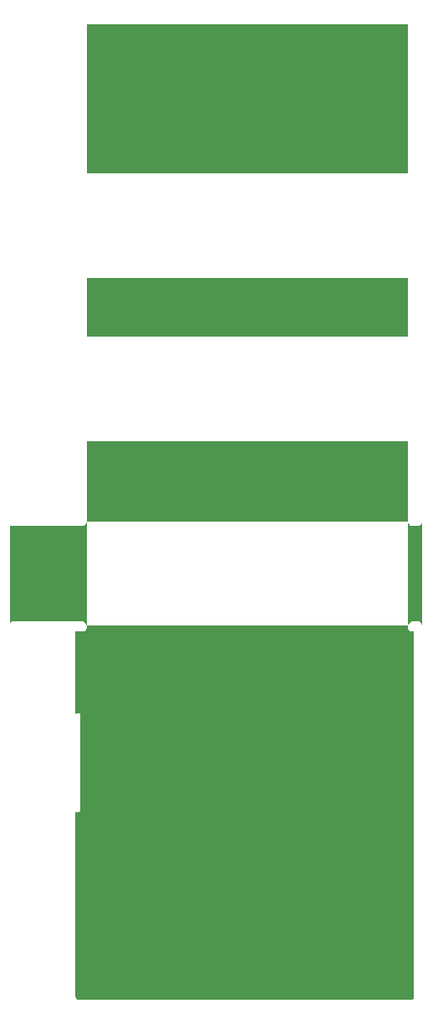
<source format=gbr>
G04 CAM350/DFMSTREAM V11.0 (Build 715) Date:  Fri Nov 02 14:57:22 2018 *
G04 Database: W:\PC Boards\VALTRONIC TECHNOLOGIES\VTC22567\CHECKPLOTS\MODIFIED.cam *
G04 Layer 18: COV_TOP *
%FSLAX25Y25*%
%MOIN*%
%SFA1.000B1.000*%

%MIA0B0*%
%IPPOS*%
%ADD158C,0.00098*%
%ADD159C,0.00001*%
%ADD160C,0.00010*%
%ADD161R,1.27953X0.59645*%
%ADD162R,1.27953X0.23646*%
%ADD163R,1.27953X0.32283*%
%LNCOV_TOP*%
%LPD*%
G36*
X343729Y298762D02*
G01Y339998D01*
X343926Y339412*
X344221Y338920*
X344713Y338624*
X345299Y338428*
X347862*
X347863*
X348944Y338920*
X348945*
X349536Y340101*
Y298959*
X348945Y299845*
X348060Y300435*
X348059*
X345402*
X344811Y300239*
X344319Y299943*
X343926Y299451*
X343729Y298762*
G37*
G36*
X215697Y298738D02*
G01X343650D01*
Y298093*
X343630Y298073*
X343827Y297483*
X344221Y296892*
X344713Y296597*
X345304Y296400*
X346091*
Y151223*
X345993Y150731*
X345697Y150337*
X345304Y150042*
X344811Y149943*
X212429*
X211937Y150042*
X211544Y150337*
X211248Y150829*
X211150Y151223*
Y224686*
X212331*
X212626Y224746*
X212922Y224943*
X213020Y225140*
X213119Y225473*
Y263269*
X213020Y263624*
X212922Y263821*
X212626Y264018*
X212625*
X212332Y264056*
X212331*
X211150*
Y296400*
X214103*
X214792Y296695*
X215283Y297089*
X215284*
X215579Y297876*
X215697Y298738*
G37*
G36*
X185166Y299943D02*
G01X185187Y338920D01*
X185363Y338624*
X185657Y338428*
X185658*
X213808Y338403*
X214497Y338526*
X215087Y338920*
X215481Y339609*
X215678Y340273*
X215697Y299426*
Y298738*
X215481Y299353*
X215087Y299943*
X214595Y300239*
X214004Y300435*
X185756*
X185755*
X185461Y300239*
X185166Y299943*
G37*
G54D158*
X346150Y296400D03*
G54D161*
X279674Y508482D03*
Y508482D03*
G54D162*
Y425522D03*
Y425522D03*
G54D163*
Y356219D03*
Y356219D03*
G54D159*
X211150Y264056D02*
G01Y296400D01*
Y264056D02*
G01Y296400D01*
X213697D02*
G01X211150D01*
G54D160*
X213697D02*
G01X211150D01*
M02*

</source>
